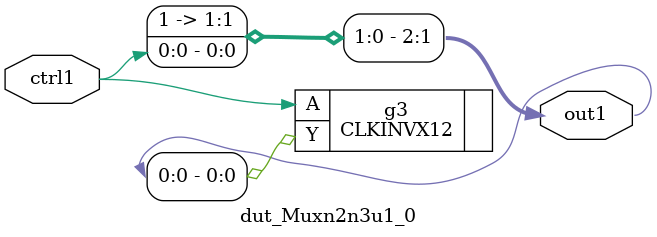
<source format=v>
`timescale 1ps / 1ps


module dut_Muxn2n3u1_0(ctrl1, out1);
  input ctrl1;
  output [2:0] out1;
  wire ctrl1;
  wire [2:0] out1;
  assign out1[1] = ctrl1;
  assign out1[2] = 1'b1;
  CLKINVX12 g3(.A (ctrl1), .Y (out1[0]));
endmodule



</source>
